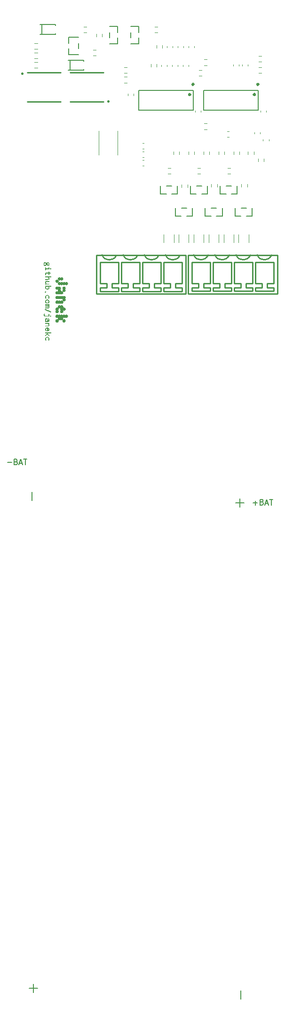
<source format=gto>
%TF.GenerationSoftware,KiCad,Pcbnew,9.0.6*%
%TF.CreationDate,2025-12-14T22:45:36+01:00*%
%TF.ProjectId,balancingboardbyd,62616c61-6e63-4696-9e67-626f61726462,rev?*%
%TF.SameCoordinates,Original*%
%TF.FileFunction,Legend,Top*%
%TF.FilePolarity,Positive*%
%FSLAX46Y46*%
G04 Gerber Fmt 4.6, Leading zero omitted, Abs format (unit mm)*
G04 Created by KiCad (PCBNEW 9.0.6) date 2025-12-14 22:45:36*
%MOMM*%
%LPD*%
G01*
G04 APERTURE LIST*
%ADD10C,0.200000*%
%ADD11C,0.100000*%
%ADD12C,0.120000*%
%ADD13C,0.150000*%
%ADD14C,0.300000*%
%ADD15C,0.250000*%
%ADD16C,0.400000*%
G04 APERTURE END LIST*
D10*
X166369673Y-140736266D02*
X167131578Y-140736266D01*
X166750625Y-141117219D02*
X166750625Y-140355314D01*
X167941101Y-140593409D02*
X168083958Y-140641028D01*
X168083958Y-140641028D02*
X168131577Y-140688647D01*
X168131577Y-140688647D02*
X168179196Y-140783885D01*
X168179196Y-140783885D02*
X168179196Y-140926742D01*
X168179196Y-140926742D02*
X168131577Y-141021980D01*
X168131577Y-141021980D02*
X168083958Y-141069600D01*
X168083958Y-141069600D02*
X167988720Y-141117219D01*
X167988720Y-141117219D02*
X167607768Y-141117219D01*
X167607768Y-141117219D02*
X167607768Y-140117219D01*
X167607768Y-140117219D02*
X167941101Y-140117219D01*
X167941101Y-140117219D02*
X168036339Y-140164838D01*
X168036339Y-140164838D02*
X168083958Y-140212457D01*
X168083958Y-140212457D02*
X168131577Y-140307695D01*
X168131577Y-140307695D02*
X168131577Y-140402933D01*
X168131577Y-140402933D02*
X168083958Y-140498171D01*
X168083958Y-140498171D02*
X168036339Y-140545790D01*
X168036339Y-140545790D02*
X167941101Y-140593409D01*
X167941101Y-140593409D02*
X167607768Y-140593409D01*
X168560149Y-140831504D02*
X169036339Y-140831504D01*
X168464911Y-141117219D02*
X168798244Y-140117219D01*
X168798244Y-140117219D02*
X169131577Y-141117219D01*
X169322054Y-140117219D02*
X169893482Y-140117219D01*
X169607768Y-141117219D02*
X169607768Y-140117219D01*
G36*
X128897951Y-97455424D02*
G01*
X128936101Y-97473104D01*
X128974822Y-97504904D01*
X129014799Y-97554551D01*
X129041952Y-97531007D01*
X129073209Y-97517048D01*
X129109931Y-97512236D01*
X129152366Y-97519033D01*
X129196815Y-97540721D01*
X129244937Y-97580990D01*
X129285226Y-97538298D01*
X129329884Y-97508765D01*
X129379847Y-97490997D01*
X129436667Y-97484881D01*
X129490334Y-97490442D01*
X129539233Y-97506806D01*
X129584548Y-97534261D01*
X129627055Y-97574091D01*
X129661736Y-97620965D01*
X129686156Y-97671046D01*
X129700909Y-97725085D01*
X129705945Y-97784078D01*
X129698695Y-97849464D01*
X129677459Y-97907947D01*
X129641831Y-97961215D01*
X129675505Y-98019272D01*
X129695366Y-98080058D01*
X129702037Y-98144825D01*
X129700633Y-98155938D01*
X129699289Y-98167051D01*
X129699289Y-98185125D01*
X129559644Y-98205642D01*
X129565078Y-98175294D01*
X129569169Y-98136643D01*
X129563748Y-98085289D01*
X129547431Y-98035893D01*
X129495625Y-98056220D01*
X129435446Y-98063248D01*
X129384055Y-98058058D01*
X129336947Y-98042767D01*
X129293053Y-98017112D01*
X129251653Y-97979961D01*
X129217837Y-97936082D01*
X129193949Y-97888521D01*
X129179449Y-97836482D01*
X129174473Y-97778888D01*
X129174688Y-97776018D01*
X129311249Y-97776018D01*
X129315887Y-97813662D01*
X129329478Y-97846885D01*
X129352465Y-97876830D01*
X129382096Y-97900210D01*
X129414851Y-97913972D01*
X129451871Y-97918656D01*
X129488976Y-97914034D01*
X129521754Y-97900475D01*
X129551339Y-97877501D01*
X129574339Y-97847966D01*
X129587958Y-97814979D01*
X129592616Y-97777362D01*
X129587989Y-97739739D01*
X129574391Y-97706280D01*
X129551339Y-97675879D01*
X129521659Y-97652098D01*
X129488887Y-97638130D01*
X129451871Y-97633381D01*
X129414851Y-97638065D01*
X129382096Y-97651827D01*
X129352465Y-97675207D01*
X129329478Y-97705152D01*
X129315887Y-97738375D01*
X129311249Y-97776018D01*
X129174688Y-97776018D01*
X129178032Y-97731487D01*
X129188272Y-97689556D01*
X129153597Y-97660006D01*
X129132524Y-97652920D01*
X129117688Y-97659243D01*
X129104680Y-97682962D01*
X129098864Y-97718059D01*
X129096315Y-97783956D01*
X129096315Y-97835064D01*
X129096315Y-97887637D01*
X129090146Y-97980307D01*
X129074577Y-98041816D01*
X129056018Y-98080599D01*
X129033116Y-98111616D01*
X129005823Y-98135971D01*
X128974246Y-98154373D01*
X128941614Y-98165159D01*
X128907271Y-98168761D01*
X128861621Y-98163361D01*
X128818617Y-98147161D01*
X128777187Y-98119263D01*
X128736667Y-98077658D01*
X128706375Y-98030877D01*
X128683211Y-97972038D01*
X128668059Y-97898516D01*
X128662540Y-97807159D01*
X128662734Y-97803007D01*
X128791500Y-97803007D01*
X128795421Y-97869645D01*
X128805955Y-97920867D01*
X128821664Y-97959750D01*
X128846459Y-97995403D01*
X128872607Y-98014239D01*
X128901287Y-98020261D01*
X128926135Y-98015999D01*
X128944924Y-98003841D01*
X128959153Y-97982736D01*
X128968515Y-97949309D01*
X128971263Y-97878417D01*
X128971263Y-97851184D01*
X128972667Y-97795252D01*
X128978101Y-97674535D01*
X128945641Y-97628387D01*
X128915278Y-97605216D01*
X128885472Y-97598210D01*
X128857470Y-97604260D01*
X128834254Y-97622694D01*
X128814642Y-97657316D01*
X128797764Y-97720353D01*
X128791500Y-97803007D01*
X128662734Y-97803007D01*
X128666977Y-97711993D01*
X128678946Y-97637600D01*
X128696751Y-97580241D01*
X128719204Y-97536660D01*
X128751126Y-97496662D01*
X128784630Y-97470162D01*
X128820264Y-97454840D01*
X128859155Y-97449710D01*
X128897951Y-97455424D01*
G37*
G36*
X129545722Y-98397983D02*
G01*
X129682498Y-98397983D01*
X129682498Y-98736381D01*
X129076775Y-98736381D01*
X129076775Y-98912236D01*
X128940000Y-98912236D01*
X128940000Y-98388579D01*
X129076775Y-98388579D01*
X129076775Y-98576158D01*
X129545722Y-98576158D01*
X129545722Y-98397983D01*
G37*
G36*
X129825807Y-98583058D02*
G01*
X129847356Y-98566170D01*
X129871584Y-98556147D01*
X129899385Y-98552711D01*
X129927186Y-98556147D01*
X129951415Y-98566170D01*
X129972964Y-98583058D01*
X129989620Y-98604816D01*
X129999538Y-98629330D01*
X130002944Y-98657491D01*
X129999486Y-98685669D01*
X129989369Y-98710435D01*
X129972292Y-98732657D01*
X129950304Y-98750081D01*
X129926272Y-98760281D01*
X129899385Y-98763736D01*
X129872537Y-98760284D01*
X129848503Y-98750086D01*
X129826479Y-98732657D01*
X129809401Y-98710435D01*
X129799285Y-98685669D01*
X129795826Y-98657491D01*
X129799233Y-98629330D01*
X129809151Y-98604816D01*
X129825807Y-98583058D01*
G37*
G36*
X129682498Y-99354621D02*
G01*
X129880396Y-99368421D01*
X129906346Y-99527911D01*
X129892669Y-99534750D01*
X129874900Y-99538841D01*
X129857131Y-99536765D01*
X129843515Y-99531331D01*
X129836676Y-99527911D01*
X129686406Y-99511730D01*
X129686406Y-99749501D01*
X129545722Y-99749501D01*
X129545722Y-99506296D01*
X129420154Y-99498157D01*
X129298914Y-99495488D01*
X129226191Y-99495488D01*
X129183021Y-99495488D01*
X129168672Y-99495488D01*
X129126783Y-99508988D01*
X129099285Y-99530181D01*
X129082746Y-99559358D01*
X129076775Y-99599291D01*
X129082888Y-99643034D01*
X129103048Y-99693731D01*
X129141195Y-99753592D01*
X129156277Y-99775451D01*
X129023653Y-99827414D01*
X129014127Y-99815141D01*
X128975743Y-99753932D01*
X128949180Y-99692504D01*
X128933499Y-99630222D01*
X128928276Y-99566318D01*
X128933942Y-99505215D01*
X128949848Y-99454964D01*
X128975219Y-99413378D01*
X129010464Y-99378984D01*
X129042530Y-99360061D01*
X129080256Y-99346195D01*
X129118061Y-99337587D01*
X129142477Y-99335265D01*
X129210315Y-99335265D01*
X129367064Y-99338240D01*
X129545722Y-99347721D01*
X129545722Y-99175041D01*
X129682498Y-99175041D01*
X129682498Y-99354621D01*
G37*
G36*
X128940000Y-100174972D02*
G01*
X128940000Y-100012306D01*
X130014668Y-100012306D01*
X130014668Y-100183154D01*
X130001113Y-100188649D01*
X129990305Y-100188649D01*
X129973568Y-100185348D01*
X129957637Y-100174972D01*
X129956233Y-100174972D01*
X129589319Y-100174972D01*
X129638588Y-100228065D01*
X129672011Y-100282515D01*
X129691582Y-100339159D01*
X129698129Y-100399248D01*
X129694115Y-100445635D01*
X129682289Y-100488681D01*
X129662592Y-100529124D01*
X129635761Y-100564997D01*
X129602772Y-100594013D01*
X129562880Y-100616685D01*
X129520720Y-100631412D01*
X129462909Y-100641546D01*
X129385315Y-100645383D01*
X128940000Y-100645383D01*
X128940000Y-100489068D01*
X129376278Y-100489068D01*
X129443052Y-100484098D01*
X129487821Y-100471439D01*
X129516718Y-100453408D01*
X129537133Y-100429367D01*
X129549317Y-100401429D01*
X129553538Y-100368351D01*
X129546699Y-100323956D01*
X129524900Y-100277126D01*
X129494392Y-100235120D01*
X129464938Y-100206540D01*
X129436937Y-100189618D01*
X129402077Y-100178854D01*
X129358571Y-100174972D01*
X128940000Y-100174972D01*
G37*
G36*
X129267407Y-100837847D02*
G01*
X129678590Y-100837847D01*
X129678590Y-100998070D01*
X129271620Y-100998070D01*
X129209590Y-101001416D01*
X129164449Y-101010172D01*
X129132402Y-101022800D01*
X129098885Y-101046026D01*
X129075948Y-101073733D01*
X129062088Y-101106656D01*
X129057236Y-101146386D01*
X129063591Y-101190437D01*
X129083187Y-101233642D01*
X129112836Y-101271166D01*
X129148766Y-101298855D01*
X129180936Y-101313245D01*
X129222897Y-101322796D01*
X129277116Y-101326332D01*
X129678590Y-101326332D01*
X129678590Y-101486556D01*
X129023164Y-101486556D01*
X128989448Y-101488471D01*
X128965889Y-101493394D01*
X128940000Y-101501577D01*
X128940000Y-101331828D01*
X128957524Y-101329080D01*
X129008754Y-101326332D01*
X128969765Y-101280972D01*
X128942511Y-101231956D01*
X128926083Y-101178428D01*
X128920460Y-101119153D01*
X128925067Y-101066316D01*
X128938681Y-101016947D01*
X128961432Y-100970226D01*
X128992290Y-100928644D01*
X129029839Y-100894792D01*
X129074822Y-100868072D01*
X129118103Y-100852770D01*
X129180414Y-100841999D01*
X129267407Y-100837847D01*
G37*
G36*
X130018576Y-101846142D02*
G01*
X130001967Y-101850294D01*
X129981329Y-101849562D01*
X129967529Y-101840891D01*
X129963377Y-101833869D01*
X129962034Y-101833869D01*
X129960629Y-101833869D01*
X129604951Y-101833869D01*
X129644263Y-101878267D01*
X129671814Y-101926841D01*
X129688489Y-101980512D01*
X129694221Y-102040621D01*
X129688045Y-102102271D01*
X129669808Y-102159127D01*
X129639163Y-102212422D01*
X129594754Y-102263004D01*
X129542610Y-102302806D01*
X129480162Y-102332192D01*
X129405348Y-102350862D01*
X129315523Y-102357526D01*
X129222307Y-102350658D01*
X129144455Y-102331396D01*
X129079282Y-102301056D01*
X129024691Y-102259951D01*
X128978183Y-102207692D01*
X128946075Y-102152412D01*
X128926947Y-102093213D01*
X128920460Y-102028775D01*
X128923530Y-101997329D01*
X129065052Y-101997329D01*
X129067270Y-102027056D01*
X129073967Y-102056557D01*
X129085592Y-102085797D01*
X129104741Y-102119206D01*
X129132050Y-102148546D01*
X129175205Y-102173733D01*
X129227013Y-102189197D01*
X129293602Y-102194860D01*
X129370806Y-102189160D01*
X129430378Y-102173733D01*
X129480470Y-102148084D01*
X129511100Y-102118534D01*
X129532553Y-102084475D01*
X129544623Y-102055886D01*
X129551333Y-102027141D01*
X129553538Y-101998672D01*
X129547502Y-101951492D01*
X129529602Y-101908790D01*
X129501396Y-101873408D01*
X129466038Y-101850233D01*
X129419973Y-101837940D01*
X129329139Y-101832465D01*
X129196393Y-101836617D01*
X129148132Y-101849882D01*
X129114652Y-101870227D01*
X129092407Y-101897189D01*
X129071772Y-101946840D01*
X129065052Y-101997329D01*
X128923530Y-101997329D01*
X128926594Y-101965946D01*
X128944404Y-101910215D01*
X128973818Y-101860090D01*
X129015837Y-101814574D01*
X128940000Y-101781479D01*
X128940000Y-101671203D01*
X130018576Y-101671203D01*
X130018576Y-101846142D01*
G37*
G36*
X129074760Y-102738117D02*
G01*
X129093320Y-102762639D01*
X129104295Y-102789772D01*
X129108039Y-102820427D01*
X129104244Y-102851058D01*
X129093071Y-102878400D01*
X129074089Y-102903347D01*
X129049709Y-102923023D01*
X129023299Y-102934474D01*
X128993977Y-102938335D01*
X128964722Y-102934461D01*
X128938586Y-102923002D01*
X128914659Y-102903347D01*
X128896079Y-102878447D01*
X128885112Y-102851102D01*
X128881381Y-102820427D01*
X128885125Y-102789772D01*
X128896100Y-102762639D01*
X128914659Y-102738117D01*
X128938534Y-102718906D01*
X128964673Y-102707669D01*
X128993977Y-102703862D01*
X129024211Y-102707707D01*
X129050820Y-102718982D01*
X129074760Y-102738117D01*
G37*
G36*
X129548103Y-104026987D02*
G01*
X129534487Y-104035169D01*
X129411571Y-103929900D01*
X129422501Y-103913475D01*
X129442285Y-103898454D01*
X129460725Y-103895706D01*
X129467564Y-103897110D01*
X129495469Y-103873846D01*
X129510689Y-103854799D01*
X129532349Y-103816388D01*
X129548191Y-103772515D01*
X129553538Y-103724797D01*
X129546262Y-103663620D01*
X129525197Y-103610964D01*
X129490034Y-103564818D01*
X129456439Y-103537248D01*
X129417650Y-103517338D01*
X129372660Y-103504941D01*
X129320102Y-103500582D01*
X129264882Y-103505090D01*
X129217033Y-103517971D01*
X129175254Y-103538741D01*
X129138569Y-103567566D01*
X129108010Y-103603285D01*
X129086506Y-103642449D01*
X129073453Y-103685796D01*
X129068960Y-103734384D01*
X129074148Y-103785076D01*
X129089422Y-103831392D01*
X129115046Y-103874419D01*
X129152185Y-103914879D01*
X129169954Y-103931243D01*
X129059312Y-104025582D01*
X129045573Y-104013309D01*
X129000063Y-103963986D01*
X128965381Y-103911150D01*
X128940673Y-103854250D01*
X128925621Y-103792475D01*
X128920460Y-103724797D01*
X128927661Y-103643974D01*
X128948528Y-103572071D01*
X128982766Y-103507364D01*
X129031163Y-103448620D01*
X129089895Y-103400287D01*
X129154801Y-103366043D01*
X129227144Y-103345140D01*
X129308684Y-103337916D01*
X129390272Y-103345161D01*
X129462378Y-103366092D01*
X129526810Y-103400334D01*
X129584862Y-103448620D01*
X129632298Y-103507218D01*
X129666161Y-103572906D01*
X129686984Y-103647077D01*
X129694221Y-103731636D01*
X129689821Y-103793611D01*
X129676994Y-103850295D01*
X129655997Y-103902545D01*
X129626880Y-103950596D01*
X129591067Y-103991873D01*
X129548103Y-104026987D01*
G37*
G36*
X129387724Y-104158849D02*
G01*
X129460924Y-104179420D01*
X129526539Y-104213047D01*
X129585839Y-104260361D01*
X129635487Y-104318308D01*
X129670143Y-104380686D01*
X129691001Y-104448561D01*
X129698129Y-104523471D01*
X129691525Y-104593041D01*
X129672135Y-104656618D01*
X129639815Y-104715562D01*
X129593410Y-104770828D01*
X129538133Y-104815106D01*
X129473453Y-104847333D01*
X129397537Y-104867547D01*
X129307951Y-104874692D01*
X129221344Y-104867650D01*
X129146920Y-104847596D01*
X129082518Y-104815387D01*
X129026523Y-104770828D01*
X128979681Y-104715528D01*
X128946936Y-104655939D01*
X128927206Y-104591042D01*
X128920512Y-104519930D01*
X129061144Y-104519930D01*
X129067966Y-104569386D01*
X129088334Y-104614327D01*
X129123670Y-104656278D01*
X129156394Y-104680644D01*
X129195986Y-104698751D01*
X129243840Y-104710322D01*
X129301723Y-104714469D01*
X129365485Y-104710074D01*
X129417200Y-104697927D01*
X129459051Y-104679136D01*
X129492782Y-104654141D01*
X129529419Y-104610729D01*
X129550436Y-104564692D01*
X129557445Y-104514495D01*
X129550365Y-104463427D01*
X129529287Y-104417398D01*
X129492782Y-104374788D01*
X129459032Y-104349960D01*
X129418903Y-104331632D01*
X129371148Y-104320005D01*
X129314180Y-104315865D01*
X129256540Y-104320046D01*
X129207513Y-104331860D01*
X129165658Y-104350606D01*
X129129837Y-104376132D01*
X129099040Y-104408679D01*
X129077915Y-104443062D01*
X129065386Y-104479853D01*
X129061144Y-104519930D01*
X128920512Y-104519930D01*
X128920460Y-104519380D01*
X128927401Y-104445767D01*
X128947732Y-104378853D01*
X128981531Y-104317171D01*
X129029942Y-104259689D01*
X129087925Y-104212655D01*
X129152205Y-104179245D01*
X129224048Y-104158807D01*
X129305204Y-104151734D01*
X129387724Y-104158849D01*
G37*
G36*
X128940000Y-105133590D02*
G01*
X128940000Y-104985090D01*
X129678590Y-104985090D01*
X129678590Y-105134933D01*
X129644274Y-105134933D01*
X129674679Y-105175363D01*
X129692261Y-105217838D01*
X129698129Y-105263588D01*
X129692912Y-105308260D01*
X129678158Y-105344613D01*
X129654049Y-105374551D01*
X129619239Y-105399021D01*
X129654038Y-105432055D01*
X129678304Y-105469321D01*
X129693026Y-105511678D01*
X129698129Y-105560526D01*
X129693763Y-105603855D01*
X129681463Y-105639449D01*
X129661679Y-105668938D01*
X129633832Y-105693333D01*
X129600850Y-105710789D01*
X129552475Y-105722908D01*
X129483501Y-105727588D01*
X129457550Y-105727588D01*
X128938046Y-105727588D01*
X128938046Y-105575181D01*
X129449490Y-105575181D01*
X129490645Y-105575181D01*
X129528734Y-105572700D01*
X129549569Y-105566938D01*
X129570569Y-105548731D01*
X129576985Y-105527004D01*
X129572621Y-105498854D01*
X129560082Y-105476370D01*
X129538639Y-105458128D01*
X129493454Y-105434741D01*
X129452360Y-105430589D01*
X128940000Y-105430589D01*
X128940000Y-105278182D01*
X129441308Y-105278182D01*
X129473975Y-105278182D01*
X129508186Y-105276565D01*
X129527159Y-105272808D01*
X129548929Y-105261626D01*
X129561054Y-105245992D01*
X129565261Y-105224631D01*
X129560108Y-105201517D01*
X129543389Y-105178673D01*
X129510734Y-105155022D01*
X129471146Y-105139254D01*
X129420853Y-105133590D01*
X128940000Y-105133590D01*
G37*
G36*
X128863490Y-105990516D02*
G01*
X128930413Y-105857892D01*
X130024560Y-106382892D01*
X129959042Y-106518203D01*
X128863490Y-105990516D01*
G37*
G36*
X129541814Y-106802257D02*
G01*
X129682498Y-106802257D01*
X129682498Y-107237986D01*
X129005396Y-107237986D01*
X128925565Y-107233349D01*
X128864480Y-107220923D01*
X128818367Y-107202449D01*
X128770325Y-107171813D01*
X128731019Y-107133563D01*
X128699603Y-107086983D01*
X128676846Y-107035182D01*
X128663227Y-106981023D01*
X128658632Y-106923768D01*
X128663390Y-106864108D01*
X128677123Y-106811113D01*
X128699466Y-106763624D01*
X128730660Y-106720759D01*
X128771533Y-106681967D01*
X128783928Y-106671038D01*
X128914781Y-106769467D01*
X128901165Y-106787175D01*
X128885533Y-106800120D01*
X128871245Y-106804944D01*
X128865811Y-106804944D01*
X128830971Y-106839729D01*
X128810376Y-106881257D01*
X128803224Y-106931767D01*
X128808514Y-106975229D01*
X128823446Y-107010174D01*
X128847902Y-107038596D01*
X128883457Y-107061399D01*
X128921016Y-107072944D01*
X128985490Y-107077763D01*
X129541814Y-107077763D01*
X129541814Y-106802257D01*
G37*
G36*
X129899385Y-107054316D02*
G01*
X129926276Y-107057765D01*
X129950309Y-107067947D01*
X129972292Y-107085334D01*
X129989369Y-107107556D01*
X129999486Y-107132322D01*
X130002944Y-107160500D01*
X129999536Y-107188702D01*
X129989617Y-107213235D01*
X129972964Y-107234994D01*
X129951415Y-107251882D01*
X129927186Y-107261905D01*
X129899385Y-107265341D01*
X129872533Y-107261895D01*
X129848499Y-107251716D01*
X129826479Y-107234323D01*
X129809405Y-107212100D01*
X129799287Y-107187314D01*
X129795826Y-107159096D01*
X129799184Y-107131802D01*
X129809057Y-107107481D01*
X129825807Y-107085334D01*
X129847404Y-107068044D01*
X129871630Y-107057816D01*
X129899385Y-107054316D01*
G37*
G36*
X129187384Y-107521585D02*
G01*
X129230207Y-107537116D01*
X129271864Y-107563867D01*
X129307336Y-107598769D01*
X129337752Y-107643750D01*
X129362967Y-107700643D01*
X129380118Y-107767402D01*
X129392431Y-107866011D01*
X129397222Y-108005947D01*
X129397222Y-108030676D01*
X129401252Y-108030676D01*
X129449878Y-108027773D01*
X129482578Y-108020417D01*
X129503651Y-108010160D01*
X129525795Y-107989611D01*
X129542435Y-107961618D01*
X129553383Y-107924245D01*
X129557445Y-107874788D01*
X129552313Y-107813427D01*
X129537747Y-107761212D01*
X129514400Y-107716474D01*
X129482096Y-107677990D01*
X129464572Y-107661564D01*
X129571917Y-107578155D01*
X129584129Y-107590490D01*
X129631786Y-107647105D01*
X129665862Y-107711323D01*
X129686884Y-107784636D01*
X129694221Y-107869110D01*
X129688329Y-107947987D01*
X129671918Y-108012763D01*
X129646239Y-108065998D01*
X129611612Y-108109673D01*
X129567398Y-108145043D01*
X129522856Y-108165918D01*
X129465666Y-108179631D01*
X129392704Y-108184672D01*
X128938473Y-108184672D01*
X128938473Y-108033424D01*
X128999351Y-108033424D01*
X128964391Y-107974509D01*
X128939934Y-107914373D01*
X128925353Y-107852427D01*
X128922221Y-107811163D01*
X129053328Y-107811163D01*
X129057848Y-107861211D01*
X129071140Y-107907295D01*
X129093276Y-107950298D01*
X129124952Y-107990865D01*
X129156339Y-108015753D01*
X129193652Y-108030870D01*
X129238647Y-108036172D01*
X129264354Y-108036172D01*
X129264354Y-108030676D01*
X129264354Y-107942871D01*
X129261497Y-107844567D01*
X129254890Y-107790586D01*
X129236267Y-107737098D01*
X129212208Y-107704063D01*
X129181284Y-107683205D01*
X129149377Y-107676646D01*
X129124853Y-107680462D01*
X129102586Y-107691960D01*
X129081721Y-107712306D01*
X129066612Y-107737620D01*
X129056878Y-107769944D01*
X129053328Y-107811163D01*
X128922221Y-107811163D01*
X128920460Y-107787960D01*
X128924896Y-107728014D01*
X128937528Y-107676191D01*
X128957743Y-107631149D01*
X128985490Y-107591833D01*
X129020698Y-107558064D01*
X129058105Y-107534875D01*
X129098347Y-107521097D01*
X129142416Y-107516423D01*
X129187384Y-107521585D01*
G37*
G36*
X128940000Y-108547616D02*
G01*
X128940000Y-108384951D01*
X129678590Y-108384951D01*
X129678590Y-108547616D01*
X129588892Y-108547616D01*
X129638374Y-108600736D01*
X129671924Y-108655193D01*
X129691562Y-108711826D01*
X129698129Y-108771892D01*
X129694115Y-108818280D01*
X129682289Y-108861326D01*
X129662592Y-108901769D01*
X129635761Y-108937642D01*
X129602772Y-108966658D01*
X129562880Y-108989330D01*
X129520720Y-109004057D01*
X129462909Y-109014190D01*
X129385315Y-109018028D01*
X128940000Y-109018028D01*
X128940000Y-108861713D01*
X129376278Y-108861713D01*
X129443052Y-108856742D01*
X129487821Y-108844084D01*
X129516718Y-108826053D01*
X129537128Y-108802048D01*
X129549314Y-108774113D01*
X129553538Y-108740996D01*
X129546699Y-108696601D01*
X129524900Y-108649771D01*
X129494392Y-108607764D01*
X129464938Y-108579185D01*
X129436937Y-108562263D01*
X129402077Y-108551499D01*
X129358571Y-108547616D01*
X128940000Y-108547616D01*
G37*
G36*
X129380678Y-109191826D02*
G01*
X129446881Y-109205362D01*
X129503951Y-109226773D01*
X129553228Y-109255661D01*
X129595730Y-109292130D01*
X129640650Y-109347760D01*
X129672316Y-109408298D01*
X129691529Y-109474809D01*
X129698129Y-109548768D01*
X129690918Y-109620424D01*
X129669609Y-109686606D01*
X129633771Y-109748742D01*
X129598524Y-109788024D01*
X129554112Y-109820143D01*
X129498999Y-109845240D01*
X129431050Y-109862742D01*
X129389008Y-109868808D01*
X129342023Y-109870924D01*
X129290000Y-109868176D01*
X129272170Y-109866833D01*
X129272170Y-109712594D01*
X129405038Y-109712594D01*
X129409068Y-109712594D01*
X129450891Y-109707084D01*
X129487447Y-109690932D01*
X129520137Y-109663440D01*
X129544963Y-109628431D01*
X129560021Y-109587994D01*
X129565261Y-109540586D01*
X129561148Y-109500769D01*
X129548761Y-109462337D01*
X129527526Y-109424570D01*
X129498645Y-109393314D01*
X129458736Y-109368642D01*
X129405038Y-109350870D01*
X129405038Y-109712594D01*
X129272170Y-109712594D01*
X129272170Y-109344031D01*
X129214701Y-109354674D01*
X129169844Y-109371860D01*
X129135168Y-109394737D01*
X129108893Y-109423227D01*
X129082340Y-109469686D01*
X129066511Y-109519377D01*
X129061144Y-109573375D01*
X129066065Y-109625921D01*
X129080260Y-109671986D01*
X129103509Y-109712856D01*
X129136432Y-109749413D01*
X129152552Y-109763091D01*
X129062487Y-109857247D01*
X129047283Y-109844973D01*
X129003432Y-109801880D01*
X128969551Y-109753174D01*
X128944980Y-109698084D01*
X128929706Y-109635449D01*
X128924368Y-109563789D01*
X128931063Y-109483205D01*
X128950323Y-109412381D01*
X128981602Y-109349570D01*
X129025301Y-109293473D01*
X129067553Y-109256045D01*
X129115554Y-109226721D01*
X129170129Y-109205222D01*
X129232402Y-109191763D01*
X129303738Y-109187044D01*
X129380678Y-109191826D01*
G37*
G36*
X128940000Y-110055572D02*
G01*
X130018576Y-110055572D01*
X130018576Y-110227152D01*
X130002151Y-110231427D01*
X129986397Y-110231427D01*
X129974795Y-110227946D01*
X129966613Y-110219275D01*
X129962522Y-110215795D01*
X129959774Y-110215795D01*
X129955683Y-110215795D01*
X129369256Y-110215795D01*
X129687749Y-110559872D01*
X129685062Y-110570741D01*
X129680267Y-110600435D01*
X129678224Y-110652623D01*
X129678224Y-110746840D01*
X129377438Y-110410518D01*
X128940000Y-110790621D01*
X128940000Y-110745497D01*
X128940000Y-110734567D01*
X128934504Y-110596448D01*
X128933161Y-110585518D01*
X129302273Y-110290228D01*
X129232541Y-110214391D01*
X128940000Y-110214391D01*
X128940000Y-110055572D01*
G37*
G36*
X129548103Y-111562367D02*
G01*
X129534487Y-111570549D01*
X129411571Y-111465280D01*
X129422501Y-111448855D01*
X129442285Y-111433834D01*
X129460725Y-111431086D01*
X129467564Y-111432491D01*
X129495469Y-111409227D01*
X129510689Y-111390180D01*
X129532349Y-111351769D01*
X129548191Y-111307896D01*
X129553538Y-111260177D01*
X129546262Y-111199000D01*
X129525197Y-111146344D01*
X129490034Y-111100198D01*
X129456439Y-111072628D01*
X129417650Y-111052719D01*
X129372660Y-111040321D01*
X129320102Y-111035963D01*
X129264882Y-111040470D01*
X129217033Y-111053352D01*
X129175254Y-111074122D01*
X129138569Y-111102946D01*
X129108010Y-111138665D01*
X129086506Y-111177829D01*
X129073453Y-111221176D01*
X129068960Y-111269764D01*
X129074148Y-111320457D01*
X129089422Y-111366772D01*
X129115046Y-111409799D01*
X129152185Y-111450259D01*
X129169954Y-111466624D01*
X129059312Y-111560963D01*
X129045573Y-111548689D01*
X129000063Y-111499367D01*
X128965381Y-111446530D01*
X128940673Y-111389630D01*
X128925621Y-111327856D01*
X128920460Y-111260177D01*
X128927661Y-111179355D01*
X128948528Y-111107451D01*
X128982766Y-111042744D01*
X129031163Y-110984000D01*
X129089895Y-110935667D01*
X129154801Y-110901423D01*
X129227144Y-110880520D01*
X129308684Y-110873297D01*
X129390272Y-110880541D01*
X129462378Y-110901473D01*
X129526810Y-110935715D01*
X129584862Y-110984000D01*
X129632298Y-111042598D01*
X129666161Y-111108286D01*
X129686984Y-111182457D01*
X129694221Y-111267016D01*
X129689821Y-111328991D01*
X129676994Y-111385675D01*
X129655997Y-111437925D01*
X129626880Y-111485976D01*
X129591067Y-111527253D01*
X129548103Y-111562367D01*
G37*
D11*
G36*
X132322472Y-101573934D02*
G01*
X132434007Y-101551918D01*
X132528819Y-101488282D01*
X132531482Y-101485640D01*
X132579413Y-101525114D01*
X132634226Y-101553888D01*
X132741409Y-101573934D01*
X132854408Y-101551908D01*
X132949927Y-101488399D01*
X132986919Y-101443159D01*
X133014350Y-101390902D01*
X133035600Y-101279926D01*
X133013571Y-101167032D01*
X132950040Y-101071566D01*
X132904776Y-101034588D01*
X132852485Y-101007165D01*
X132741409Y-100985919D01*
X132629085Y-101007964D01*
X132533951Y-101071587D01*
X132531482Y-101074030D01*
X132483732Y-101034585D01*
X132429157Y-101005879D01*
X132322472Y-100985919D01*
X132210500Y-101007964D01*
X132115746Y-101071578D01*
X132113278Y-101074030D01*
X132065754Y-101034665D01*
X132011357Y-101005986D01*
X131904267Y-100985919D01*
X131792453Y-101007964D01*
X131697677Y-101071625D01*
X131695256Y-101074030D01*
X131645954Y-101034104D01*
X131590002Y-101005242D01*
X131484596Y-100985919D01*
X131371910Y-101007944D01*
X131276509Y-101071503D01*
X131239542Y-101116794D01*
X131212133Y-101169110D01*
X131190956Y-101279926D01*
X131212976Y-101392821D01*
X131276489Y-101488329D01*
X131321733Y-101525325D01*
X131373980Y-101552748D01*
X131484596Y-101573934D01*
X131596376Y-101551918D01*
X131691268Y-101488324D01*
X131693974Y-101485640D01*
X131741761Y-101525117D01*
X131796431Y-101553892D01*
X131903351Y-101573934D01*
X132015131Y-101551918D01*
X132110022Y-101488324D01*
X132112728Y-101485640D01*
X132161310Y-101525445D01*
X132216686Y-101554328D01*
X132322472Y-101573934D01*
G37*
G36*
X131484596Y-100733860D02*
G01*
X131596655Y-100711815D01*
X131691510Y-100648196D01*
X131693974Y-100645750D01*
X131741637Y-100685111D01*
X131796151Y-100713789D01*
X131903351Y-100733860D01*
X132015877Y-100711835D01*
X132111086Y-100648285D01*
X132147981Y-100602982D01*
X132175328Y-100550650D01*
X132196442Y-100439853D01*
X132174420Y-100326812D01*
X132110925Y-100231260D01*
X132065725Y-100194296D01*
X132013527Y-100166917D01*
X131903351Y-100145846D01*
X131791571Y-100167861D01*
X131696680Y-100231455D01*
X131693974Y-100234139D01*
X131646187Y-100194662D01*
X131591517Y-100165887D01*
X131484596Y-100145846D01*
X131371910Y-100167871D01*
X131276509Y-100231430D01*
X131239542Y-100276721D01*
X131212133Y-100329037D01*
X131190956Y-100439853D01*
X131212976Y-100552748D01*
X131276489Y-100648256D01*
X131321733Y-100685252D01*
X131373980Y-100712675D01*
X131484596Y-100733860D01*
G37*
G36*
X131360765Y-100859890D02*
G01*
X131338735Y-100746922D01*
X131275210Y-100651442D01*
X131229965Y-100614483D01*
X131177690Y-100587081D01*
X131066758Y-100565882D01*
X130953891Y-100587908D01*
X130858488Y-100651420D01*
X130821536Y-100696675D01*
X130794140Y-100748950D01*
X130772934Y-100859890D01*
X130794962Y-100972858D01*
X130858481Y-101068352D01*
X130903719Y-101105317D01*
X130955979Y-101132718D01*
X131066758Y-101153897D01*
X131179729Y-101131871D01*
X131275172Y-101068375D01*
X131312132Y-101023137D01*
X131339536Y-100970882D01*
X131360765Y-100859890D01*
G37*
G36*
X132025533Y-102119267D02*
G01*
X132047578Y-102231748D01*
X132111154Y-102326860D01*
X132113644Y-102329377D01*
X132074203Y-102377278D01*
X132045498Y-102432047D01*
X132025533Y-102539303D01*
X132047564Y-102652271D01*
X132111089Y-102747751D01*
X132156334Y-102784710D01*
X132208609Y-102812112D01*
X132319541Y-102833311D01*
X132432435Y-102811285D01*
X132527915Y-102747760D01*
X132564899Y-102702503D01*
X132592322Y-102650226D01*
X132613548Y-102539303D01*
X132591533Y-102427188D01*
X132527987Y-102332141D01*
X132525254Y-102329377D01*
X132564728Y-102281442D01*
X132593503Y-102226604D01*
X132613548Y-102119267D01*
X132591523Y-102006372D01*
X132527997Y-101910892D01*
X132482740Y-101873908D01*
X132430463Y-101846485D01*
X132319541Y-101825259D01*
X132206569Y-101847285D01*
X132111127Y-101910781D01*
X132074167Y-101956019D01*
X132046763Y-102008274D01*
X132025533Y-102119267D01*
G37*
G36*
X131477086Y-103253347D02*
G01*
X131589288Y-103231332D01*
X131684437Y-103167781D01*
X131687196Y-103165054D01*
X131734962Y-103204362D01*
X131789728Y-103233081D01*
X131898405Y-103253347D01*
X132011926Y-103231322D01*
X132107642Y-103167895D01*
X132144675Y-103122738D01*
X132172143Y-103070580D01*
X132193511Y-102959340D01*
X132171470Y-102846445D01*
X132107909Y-102751051D01*
X132062612Y-102714103D01*
X132010246Y-102686679D01*
X131898405Y-102665333D01*
X131839309Y-102671019D01*
X131785118Y-102687378D01*
X131689891Y-102750779D01*
X131687196Y-102753443D01*
X131682983Y-102749230D01*
X131722424Y-102701329D01*
X131751128Y-102646560D01*
X131771093Y-102539303D01*
X131749048Y-102426909D01*
X131685477Y-102331898D01*
X131682983Y-102329377D01*
X131722341Y-102281567D01*
X131751018Y-102226885D01*
X131771093Y-102119267D01*
X131750720Y-102007115D01*
X131688715Y-101911994D01*
X131644020Y-101874893D01*
X131592230Y-101847245D01*
X131479467Y-101825259D01*
X131367352Y-101847275D01*
X131272305Y-101910821D01*
X131269541Y-101913553D01*
X131222009Y-101873897D01*
X131167643Y-101845062D01*
X131062545Y-101825259D01*
X130951310Y-101847285D01*
X130857184Y-101910888D01*
X130820660Y-101956341D01*
X130793631Y-102008859D01*
X130772934Y-102119267D01*
X130794951Y-102232975D01*
X130858328Y-102328801D01*
X130903293Y-102365650D01*
X130955188Y-102392829D01*
X131062545Y-102413274D01*
X131173318Y-102391229D01*
X131267177Y-102327535D01*
X131269541Y-102325163D01*
X131273754Y-102329377D01*
X131233859Y-102375828D01*
X131204792Y-102428775D01*
X131183262Y-102539303D01*
X131191535Y-102600931D01*
X131210448Y-102657197D01*
X131273754Y-102749230D01*
X131269541Y-102753443D01*
X131222133Y-102713904D01*
X131167923Y-102685167D01*
X131062545Y-102665333D01*
X130951310Y-102687358D01*
X130857184Y-102750962D01*
X130820660Y-102796415D01*
X130793631Y-102848932D01*
X130772934Y-102959340D01*
X130794951Y-103073048D01*
X130858328Y-103168874D01*
X130903293Y-103205723D01*
X130955188Y-103232902D01*
X131062545Y-103253347D01*
X131173043Y-103231332D01*
X131266937Y-103167663D01*
X131269541Y-103165054D01*
X131314527Y-103203507D01*
X131366734Y-103231926D01*
X131477086Y-103253347D01*
G37*
G36*
X132113644Y-104008790D02*
G01*
X132074203Y-104056692D01*
X132045498Y-104111460D01*
X132025533Y-104218717D01*
X132047564Y-104331685D01*
X132111089Y-104427165D01*
X132156334Y-104464124D01*
X132208609Y-104491526D01*
X132319541Y-104512725D01*
X132432435Y-104490699D01*
X132527915Y-104427174D01*
X132564899Y-104381916D01*
X132592322Y-104329640D01*
X132613548Y-104218717D01*
X132591533Y-104106602D01*
X132527987Y-104011555D01*
X132525254Y-104008790D01*
X132564728Y-103960856D01*
X132593503Y-103906018D01*
X132613548Y-103798681D01*
X132591523Y-103685786D01*
X132527997Y-103590306D01*
X132482740Y-103553322D01*
X132430463Y-103525899D01*
X132319541Y-103504673D01*
X132207338Y-103526689D01*
X132112190Y-103590240D01*
X132109431Y-103592967D01*
X132061069Y-103553069D01*
X132006074Y-103524156D01*
X131902252Y-103504673D01*
X131792548Y-103526689D01*
X131699491Y-103590348D01*
X131696905Y-103592967D01*
X131646166Y-103552415D01*
X131588924Y-103523298D01*
X131485696Y-103504673D01*
X131374180Y-103526689D01*
X131279568Y-103590279D01*
X131276868Y-103592967D01*
X131228933Y-103553493D01*
X131174095Y-103524719D01*
X131066758Y-103504673D01*
X130953891Y-103526699D01*
X130858488Y-103590211D01*
X130821536Y-103635466D01*
X130794140Y-103687741D01*
X130772934Y-103798681D01*
X130794962Y-103911649D01*
X130858481Y-104007143D01*
X130903719Y-104044108D01*
X130955979Y-104071509D01*
X131066758Y-104092688D01*
X131179240Y-104070643D01*
X131274352Y-104007067D01*
X131276868Y-104004577D01*
X131324675Y-104043935D01*
X131379331Y-104072612D01*
X131486795Y-104092688D01*
X131599276Y-104070643D01*
X131694388Y-104007067D01*
X131696905Y-104004577D01*
X131743882Y-104044128D01*
X131797666Y-104072869D01*
X131902252Y-104092688D01*
X132012563Y-104070643D01*
X132109431Y-104004577D01*
X132113644Y-104008790D01*
G37*
G36*
X131486795Y-104932761D02*
G01*
X131598997Y-104910746D01*
X131694145Y-104847195D01*
X131696905Y-104844467D01*
X131744404Y-104883951D01*
X131798788Y-104912729D01*
X131905183Y-104932761D01*
X132017181Y-104910736D01*
X132111926Y-104847170D01*
X132148660Y-104801808D01*
X132175869Y-104749403D01*
X132196809Y-104638754D01*
X132174788Y-104525418D01*
X132111342Y-104429751D01*
X132066243Y-104392840D01*
X132014172Y-104365549D01*
X131905183Y-104344747D01*
X131793655Y-104366792D01*
X131699359Y-104430404D01*
X131696905Y-104432857D01*
X131646307Y-104392431D01*
X131589240Y-104363415D01*
X131485696Y-104344747D01*
X131373902Y-104366792D01*
X131279327Y-104430407D01*
X131276868Y-104432857D01*
X131229058Y-104393499D01*
X131174376Y-104364822D01*
X131066758Y-104344747D01*
X130953891Y-104366772D01*
X130858488Y-104430285D01*
X130821536Y-104475540D01*
X130794140Y-104527814D01*
X130772934Y-104638754D01*
X130794962Y-104751722D01*
X130858481Y-104847216D01*
X130903719Y-104884181D01*
X130955979Y-104911583D01*
X131066758Y-104932761D01*
X131178960Y-104910746D01*
X131274109Y-104847195D01*
X131276868Y-104844467D01*
X131324799Y-104883942D01*
X131379612Y-104912716D01*
X131486795Y-104932761D01*
G37*
G36*
X131482948Y-105772102D02*
G01*
X131592612Y-105750057D01*
X131689211Y-105683991D01*
X131693424Y-105688204D01*
X131653983Y-105736106D01*
X131625279Y-105790874D01*
X131605314Y-105898131D01*
X131627359Y-106010526D01*
X131690930Y-106105537D01*
X131693424Y-106108058D01*
X131654066Y-106155868D01*
X131625389Y-106210550D01*
X131605314Y-106318168D01*
X131627341Y-106431136D01*
X131690860Y-106526630D01*
X131736099Y-106563595D01*
X131788359Y-106590996D01*
X131899138Y-106612175D01*
X132012109Y-106590150D01*
X132107552Y-106526653D01*
X132144511Y-106481415D01*
X132171915Y-106429161D01*
X132193145Y-106318168D01*
X132171100Y-106205686D01*
X132107524Y-106110574D01*
X132105034Y-106108058D01*
X132109248Y-106104028D01*
X132157058Y-106143386D01*
X132211739Y-106172063D01*
X132319357Y-106192138D01*
X132432280Y-106170113D01*
X132527836Y-106106575D01*
X132564852Y-106061315D01*
X132592302Y-106009037D01*
X132613548Y-105898131D01*
X132591525Y-105785309D01*
X132527993Y-105689844D01*
X132482717Y-105652841D01*
X132430424Y-105625397D01*
X132319357Y-105604124D01*
X132207155Y-105626139D01*
X132112007Y-105689690D01*
X132109248Y-105692418D01*
X132105034Y-105688204D01*
X132144393Y-105640394D01*
X132173069Y-105585713D01*
X132193145Y-105478094D01*
X132171114Y-105365126D01*
X132107590Y-105269647D01*
X132062344Y-105232688D01*
X132010069Y-105205286D01*
X131899138Y-105184087D01*
X131787093Y-105206103D01*
X131691923Y-105269700D01*
X131689211Y-105272381D01*
X131640669Y-105232309D01*
X131585574Y-105203341D01*
X131482948Y-105184087D01*
X131372244Y-105206113D01*
X131277586Y-105269994D01*
X131240773Y-105315609D01*
X131213508Y-105368309D01*
X131192787Y-105478094D01*
X131214756Y-105590989D01*
X131278157Y-105686770D01*
X131323277Y-105723882D01*
X131375234Y-105751301D01*
X131482948Y-105772102D01*
G37*
G36*
X131360765Y-106318168D02*
G01*
X131338720Y-106205686D01*
X131275144Y-106110574D01*
X131272655Y-106108058D01*
X131312096Y-106060156D01*
X131340800Y-106005388D01*
X131360765Y-105898131D01*
X131338735Y-105785163D01*
X131275210Y-105689683D01*
X131229965Y-105652724D01*
X131177690Y-105625322D01*
X131066758Y-105604124D01*
X130953891Y-105626149D01*
X130858488Y-105689662D01*
X130821536Y-105734917D01*
X130794140Y-105787191D01*
X130772934Y-105898131D01*
X130794979Y-106010526D01*
X130858550Y-106105537D01*
X130861045Y-106108058D01*
X130821686Y-106155868D01*
X130793010Y-106210550D01*
X130772934Y-106318168D01*
X130794962Y-106431136D01*
X130858481Y-106526630D01*
X130903719Y-106563595D01*
X130955979Y-106590996D01*
X131066758Y-106612175D01*
X131179729Y-106590150D01*
X131275172Y-106526653D01*
X131312132Y-106481415D01*
X131339536Y-106429161D01*
X131360765Y-106318168D01*
G37*
G36*
X131177690Y-107724773D02*
G01*
X131229965Y-107752175D01*
X131275210Y-107789134D01*
X131338735Y-107884614D01*
X131360765Y-107997581D01*
X131339536Y-108108574D01*
X131312132Y-108160829D01*
X131275172Y-108206067D01*
X131179729Y-108269563D01*
X131066758Y-108291589D01*
X130955979Y-108270410D01*
X130903719Y-108243009D01*
X130858481Y-108206044D01*
X130794962Y-108110549D01*
X130772934Y-107997581D01*
X130794140Y-107886642D01*
X130821536Y-107834367D01*
X130858488Y-107789112D01*
X130953891Y-107725600D01*
X131066758Y-107703574D01*
X131177690Y-107724773D01*
G37*
G36*
X132430654Y-107724652D02*
G01*
X132482838Y-107752053D01*
X132528044Y-107789048D01*
X132591534Y-107884614D01*
X132613548Y-107997581D01*
X132592318Y-108108574D01*
X132564914Y-108160829D01*
X132527955Y-108206067D01*
X132432512Y-108269563D01*
X132319541Y-108291589D01*
X132208609Y-108270390D01*
X132156334Y-108242988D01*
X132111089Y-108206029D01*
X132047564Y-108110549D01*
X132025533Y-107997581D01*
X132046906Y-107886272D01*
X132074355Y-107834135D01*
X132111363Y-107788997D01*
X132207042Y-107725600D01*
X132320640Y-107703574D01*
X132430654Y-107724652D01*
G37*
G36*
X132852485Y-106884747D02*
G01*
X132904776Y-106912170D01*
X132950040Y-106949148D01*
X133013571Y-107044614D01*
X133035600Y-107157508D01*
X133014350Y-107268484D01*
X132986919Y-107320741D01*
X132949927Y-107365981D01*
X132854408Y-107429490D01*
X132741409Y-107451516D01*
X132633945Y-107431440D01*
X132579289Y-107402763D01*
X132531482Y-107363405D01*
X132529052Y-107365802D01*
X132433717Y-107429471D01*
X132321372Y-107451516D01*
X132213754Y-107431440D01*
X132159073Y-107402763D01*
X132111263Y-107363405D01*
X132107049Y-107367618D01*
X132109782Y-107370383D01*
X132173328Y-107465429D01*
X132195343Y-107577545D01*
X132174189Y-107688308D01*
X132146788Y-107740644D01*
X132109829Y-107785951D01*
X132014467Y-107849527D01*
X131901885Y-107871552D01*
X131795563Y-107851703D01*
X131740900Y-107822970D01*
X131693058Y-107783442D01*
X131690599Y-107785891D01*
X131596023Y-107849507D01*
X131484230Y-107871552D01*
X131373919Y-107850407D01*
X131321703Y-107822984D01*
X131276472Y-107785976D01*
X131212970Y-107690440D01*
X131190956Y-107577545D01*
X131210889Y-107470571D01*
X131239691Y-107415645D01*
X131279249Y-107367618D01*
X131689028Y-107367618D01*
X131693241Y-107371831D01*
X131697271Y-107367618D01*
X131693241Y-107363405D01*
X131689028Y-107367618D01*
X131279249Y-107367618D01*
X131275036Y-107363405D01*
X131273003Y-107365421D01*
X131177661Y-107429471D01*
X131066758Y-107451516D01*
X130955979Y-107430337D01*
X130903719Y-107402935D01*
X130858481Y-107365970D01*
X130794962Y-107270476D01*
X130772934Y-107157508D01*
X130794140Y-107046569D01*
X130821536Y-106994294D01*
X130858488Y-106949039D01*
X130953891Y-106885526D01*
X131066758Y-106863501D01*
X131176557Y-106884608D01*
X131229380Y-106913110D01*
X131275036Y-106951795D01*
X131277662Y-106949198D01*
X131372674Y-106885516D01*
X131484230Y-106863501D01*
X131590888Y-106883538D01*
X131645415Y-106912314D01*
X131693058Y-106951795D01*
X131695726Y-106949147D01*
X131790436Y-106885516D01*
X131901885Y-106863501D01*
X132008397Y-106883435D01*
X132063247Y-106912237D01*
X132111263Y-106951795D01*
X132114022Y-106949067D01*
X132209170Y-106885516D01*
X132321372Y-106863501D01*
X132428301Y-106883439D01*
X132483319Y-106912240D01*
X132531482Y-106951795D01*
X132534194Y-106949114D01*
X132629365Y-106885516D01*
X132741409Y-106863501D01*
X132852485Y-106884747D01*
G37*
D10*
X122119673Y-133486266D02*
X122881578Y-133486266D01*
X123691101Y-133343409D02*
X123833958Y-133391028D01*
X123833958Y-133391028D02*
X123881577Y-133438647D01*
X123881577Y-133438647D02*
X123929196Y-133533885D01*
X123929196Y-133533885D02*
X123929196Y-133676742D01*
X123929196Y-133676742D02*
X123881577Y-133771980D01*
X123881577Y-133771980D02*
X123833958Y-133819600D01*
X123833958Y-133819600D02*
X123738720Y-133867219D01*
X123738720Y-133867219D02*
X123357768Y-133867219D01*
X123357768Y-133867219D02*
X123357768Y-132867219D01*
X123357768Y-132867219D02*
X123691101Y-132867219D01*
X123691101Y-132867219D02*
X123786339Y-132914838D01*
X123786339Y-132914838D02*
X123833958Y-132962457D01*
X123833958Y-132962457D02*
X123881577Y-133057695D01*
X123881577Y-133057695D02*
X123881577Y-133152933D01*
X123881577Y-133152933D02*
X123833958Y-133248171D01*
X123833958Y-133248171D02*
X123786339Y-133295790D01*
X123786339Y-133295790D02*
X123691101Y-133343409D01*
X123691101Y-133343409D02*
X123357768Y-133343409D01*
X124310149Y-133581504D02*
X124786339Y-133581504D01*
X124214911Y-133867219D02*
X124548244Y-132867219D01*
X124548244Y-132867219D02*
X124881577Y-133867219D01*
X125072054Y-132867219D02*
X125643482Y-132867219D01*
X125357768Y-133867219D02*
X125357768Y-132867219D01*
X126795383Y-228785088D02*
X126795383Y-227238422D01*
X127568716Y-228011755D02*
X126022050Y-228011755D01*
X126595383Y-140345088D02*
X126595383Y-138798422D01*
X164155383Y-229971577D02*
X164155383Y-228424911D01*
X163955383Y-141531577D02*
X163955383Y-139984911D01*
X164728716Y-140758244D02*
X163182050Y-140758244D01*
D12*
%TO.C,C9*%
X146428733Y-77555000D02*
X146721267Y-77555000D01*
X146428733Y-78575000D02*
X146721267Y-78575000D01*
D13*
%TO.C,Q6*%
X144295000Y-55085000D02*
X145755000Y-55085000D01*
X144295000Y-57075000D02*
X144295000Y-56155000D01*
X144295000Y-58145000D02*
X145755000Y-58145000D01*
X145755000Y-55085000D02*
X145755000Y-56125000D01*
X145755000Y-58145000D02*
X145755000Y-57105000D01*
D12*
%TO.C,C17*%
X150865000Y-58568733D02*
X150865000Y-58861267D01*
X151885000Y-58568733D02*
X151885000Y-58861267D01*
%TO.C,RVM1*%
X127529724Y-58092500D02*
X127020276Y-58092500D01*
X127529724Y-59137500D02*
X127020276Y-59137500D01*
%TO.C,R5*%
X165452500Y-78069724D02*
X165452500Y-77560276D01*
X166497500Y-78069724D02*
X166497500Y-77560276D01*
%TO.C,R18*%
X163765000Y-93902064D02*
X163765000Y-92447936D01*
X165585000Y-93902064D02*
X165585000Y-92447936D01*
%TO.C,Rccv2*%
X167252500Y-79369724D02*
X167252500Y-78860276D01*
X168297500Y-79369724D02*
X168297500Y-78860276D01*
%TO.C,R19*%
X162852500Y-78069724D02*
X162852500Y-77560276D01*
X163897500Y-78069724D02*
X163897500Y-77560276D01*
D13*
%TO.C,U1*%
X157425000Y-66575000D02*
X167285000Y-66575000D01*
X157425000Y-70115000D02*
X157425000Y-66575000D01*
X167285000Y-66575000D02*
X167285000Y-70115000D01*
X167285000Y-70115000D02*
X157425000Y-70115000D01*
D14*
X166735000Y-67325000D02*
G75*
G02*
X166435000Y-67325000I-150000J0D01*
G01*
X166435000Y-67325000D02*
G75*
G02*
X166735000Y-67325000I150000J0D01*
G01*
X167355000Y-65475000D02*
G75*
G02*
X167055000Y-65475000I-150000J0D01*
G01*
X167055000Y-65475000D02*
G75*
G02*
X167355000Y-65475000I150000J0D01*
G01*
D12*
%TO.C,C7*%
X155965000Y-70168733D02*
X155965000Y-70461267D01*
X156985000Y-70168733D02*
X156985000Y-70461267D01*
%TO.C,C5*%
X161728733Y-73905000D02*
X162021267Y-73905000D01*
X161728733Y-74925000D02*
X162021267Y-74925000D01*
%TO.C,RDO1*%
X143629724Y-62392500D02*
X143120276Y-62392500D01*
X143629724Y-63437500D02*
X143120276Y-63437500D01*
%TO.C,RVIN1*%
X143629724Y-64142500D02*
X143120276Y-64142500D01*
X143629724Y-65187500D02*
X143120276Y-65187500D01*
%TO.C,C10*%
X146428733Y-79055000D02*
X146721267Y-79055000D01*
X146428733Y-80075000D02*
X146721267Y-80075000D01*
%TO.C,R17*%
X151040276Y-80542500D02*
X151549724Y-80542500D01*
X151040276Y-81587500D02*
X151549724Y-81587500D01*
%TO.C,C3*%
X168165000Y-75368733D02*
X168165000Y-75661267D01*
X169185000Y-75368733D02*
X169185000Y-75661267D01*
%TO.C,RP2*%
X136342224Y-55092500D02*
X135832776Y-55092500D01*
X136342224Y-56137500D02*
X135832776Y-56137500D01*
%TO.C,RTRH1*%
X147952500Y-62369724D02*
X147952500Y-61860276D01*
X148997500Y-62369724D02*
X148997500Y-61860276D01*
%TO.C,R12*%
X164252500Y-83430276D02*
X164252500Y-83939724D01*
X165297500Y-83430276D02*
X165297500Y-83939724D01*
D13*
%TO.C,Q10*%
X157745000Y-87745000D02*
X157745000Y-89205000D01*
X157745000Y-89205000D02*
X158785000Y-89205000D01*
X158815000Y-87745000D02*
X159735000Y-87745000D01*
X160805000Y-87745000D02*
X160805000Y-89205000D01*
X160805000Y-89205000D02*
X159765000Y-89205000D01*
%TO.C,Q5*%
X149695000Y-83735000D02*
X149695000Y-85195000D01*
X149695000Y-85195000D02*
X150735000Y-85195000D01*
X150765000Y-83735000D02*
X151685000Y-83735000D01*
X152755000Y-83735000D02*
X152755000Y-85195000D01*
X152755000Y-85195000D02*
X151715000Y-85195000D01*
D12*
%TO.C,R9*%
X149179724Y-55092500D02*
X148670276Y-55092500D01*
X149179724Y-56137500D02*
X148670276Y-56137500D01*
%TO.C,NTC1*%
X148952500Y-58982224D02*
X148952500Y-58472776D01*
X149997500Y-58982224D02*
X149997500Y-58472776D01*
D13*
%TO.C,Q2*%
X163145000Y-87745000D02*
X163145000Y-89205000D01*
X163145000Y-89205000D02*
X164185000Y-89205000D01*
X164215000Y-87745000D02*
X165135000Y-87745000D01*
X166205000Y-87745000D02*
X166205000Y-89205000D01*
X166205000Y-89205000D02*
X165165000Y-89205000D01*
D15*
%TO.C,Q7*%
X125695000Y-63365000D02*
X131695000Y-63365000D01*
X125695000Y-68625000D02*
X131695000Y-68625000D01*
D16*
X124795001Y-63515000D02*
X124795001Y-63515000D01*
X124795001Y-63515000D01*
X124795001Y-63515000D01*
X124795001Y-63515000D01*
X124795001Y-63515000D01*
X124795001Y-63515001D01*
X124795001Y-63515001D01*
X124795001Y-63515001D01*
X124795001Y-63515001D01*
X124795001Y-63515001D01*
X124795001Y-63515001D01*
X124795001Y-63515001D01*
X124795000Y-63515001D01*
X124795000Y-63515001D01*
X124795000Y-63515001D01*
X124795000Y-63515001D01*
X124795000Y-63515001D01*
X124795000Y-63515001D01*
X124795000Y-63515001D01*
X124795000Y-63515001D01*
X124795000Y-63515001D01*
X124795000Y-63515001D01*
X124795000Y-63515001D01*
X124795000Y-63515001D01*
X124794999Y-63515001D01*
X124794999Y-63515001D01*
X124794999Y-63515001D01*
X124794999Y-63515001D01*
X124794999Y-63515001D01*
X124794999Y-63515001D01*
X124794999Y-63515000D01*
X124794999Y-63515000D01*
X124794999Y-63515000D01*
X124794999Y-63515000D01*
X124794999Y-63515000D01*
X124794999Y-63515000D01*
X124794999Y-63515000D02*
X124794999Y-63515000D01*
X124794999Y-63515000D01*
X124794999Y-63515000D01*
X124794999Y-63515000D01*
X124794999Y-63515000D01*
X124794999Y-63515000D01*
X124794999Y-63514999D01*
X124794999Y-63514999D01*
X124794999Y-63514999D01*
X124794999Y-63514999D01*
X124794999Y-63514999D01*
X124795000Y-63514999D01*
X124795000Y-63514999D01*
X124795000Y-63514999D01*
X124795000Y-63514999D01*
X124795000Y-63514999D01*
X124795000Y-63514999D01*
X124795000Y-63514999D01*
X124795000Y-63514999D01*
X124795000Y-63514999D01*
X124795000Y-63514999D01*
X124795000Y-63514999D01*
X124795000Y-63514999D01*
X124795001Y-63514999D01*
X124795001Y-63514999D01*
X124795001Y-63514999D01*
X124795001Y-63514999D01*
X124795001Y-63514999D01*
X124795001Y-63514999D01*
X124795001Y-63515000D01*
X124795001Y-63515000D01*
X124795001Y-63515000D01*
X124795001Y-63515000D01*
X124795001Y-63515000D01*
X124795001Y-63515000D01*
X124795001Y-63515000D01*
D12*
%TO.C,C13*%
X154765000Y-58568733D02*
X154765000Y-58861267D01*
X155785000Y-58568733D02*
X155785000Y-58861267D01*
%TO.C,R26*%
X158852500Y-83430276D02*
X158852500Y-83939724D01*
X159897500Y-83430276D02*
X159897500Y-83939724D01*
D15*
%TO.C,CN5*%
X138140000Y-96180000D02*
X154260000Y-96180000D01*
X138140000Y-103180000D02*
X138140000Y-96180000D01*
X138140000Y-103180000D02*
X154260000Y-103180000D01*
X138840000Y-97580000D02*
X138840000Y-101280000D01*
X138840000Y-97580000D02*
X138840000Y-101280000D01*
X138840000Y-97730000D02*
X138840000Y-97480000D01*
X138840000Y-101280000D02*
X140040000Y-101280000D01*
X138840000Y-101280000D02*
X140040000Y-101280000D01*
X138840000Y-102080000D02*
X138840000Y-102680000D01*
X138840000Y-102080000D02*
X138840000Y-102680000D01*
X138840000Y-102680000D02*
X142140000Y-102680000D01*
X138840000Y-102680000D02*
X142140000Y-102680000D01*
X140040000Y-101280000D02*
X140040000Y-102080000D01*
X140040000Y-101280000D02*
X140040000Y-102080000D01*
X140040000Y-102080000D02*
X138840000Y-102080000D01*
X140040000Y-102080000D02*
X138840000Y-102080000D01*
X140940000Y-101280000D02*
X142140000Y-101280000D01*
X140940000Y-101280000D02*
X142140000Y-101280000D01*
X140940000Y-102080000D02*
X140940000Y-101280000D01*
X140940000Y-102080000D02*
X140940000Y-101280000D01*
X142140000Y-97480000D02*
X138840000Y-97480000D01*
X142140000Y-97480000D02*
X138840000Y-97480000D01*
X142140000Y-101280000D02*
X142140000Y-97480000D01*
X142140000Y-101280000D02*
X142140000Y-97480000D01*
X142140000Y-102080000D02*
X140940000Y-102080000D01*
X142140000Y-102080000D02*
X140940000Y-102080000D01*
X142140000Y-102180000D02*
X142140000Y-102080000D01*
X142140000Y-102180000D02*
X142140000Y-102080000D01*
X142140000Y-102680000D02*
X142140000Y-102180000D01*
X142140000Y-102680000D02*
X142140000Y-102180000D01*
X142650000Y-97580000D02*
X142650000Y-101280000D01*
X142650000Y-97730000D02*
X142650000Y-97480000D01*
X142650000Y-101280000D02*
X143850000Y-101280000D01*
X142650000Y-102080000D02*
X142650000Y-102680000D01*
X142650000Y-102680000D02*
X145950000Y-102680000D01*
X143850000Y-101280000D02*
X143850000Y-102080000D01*
X143850000Y-102080000D02*
X142650000Y-102080000D01*
X144750000Y-101280000D02*
X145950000Y-101280000D01*
X144750000Y-102080000D02*
X144750000Y-101280000D01*
X145950000Y-97480000D02*
X142650000Y-97480000D01*
X145950000Y-101280000D02*
X145950000Y-97480000D01*
X145950000Y-102080000D02*
X144750000Y-102080000D01*
X145950000Y-102180000D02*
X145950000Y-102080000D01*
X145950000Y-102680000D02*
X145950000Y-102180000D01*
X146460000Y-97580000D02*
X146460000Y-101280000D01*
X146460000Y-97730000D02*
X146460000Y-97480000D01*
X146460000Y-101280000D02*
X147660000Y-101280000D01*
X146460000Y-102080000D02*
X146460000Y-102680000D01*
X146460000Y-102680000D02*
X149760000Y-102680000D01*
X147660000Y-101280000D02*
X147660000Y-102080000D01*
X147660000Y-102080000D02*
X146460000Y-102080000D01*
X148560000Y-101280000D02*
X149760000Y-101280000D01*
X148560000Y-102080000D02*
X148560000Y-101280000D01*
X149760000Y-97480000D02*
X146460000Y-97480000D01*
X149760000Y-101280000D02*
X149760000Y-97480000D01*
X149760000Y-102080000D02*
X148560000Y-102080000D01*
X149760000Y-102180000D02*
X149760000Y-102080000D01*
X149760000Y-102680000D02*
X149760000Y-102180000D01*
X150270000Y-97580000D02*
X150270000Y-101280000D01*
X150270000Y-97730000D02*
X150270000Y-97480000D01*
X150270000Y-101280000D02*
X151470000Y-101280000D01*
X150270000Y-102080000D02*
X150270000Y-102680000D01*
X150270000Y-102680000D02*
X153570000Y-102680000D01*
X151470000Y-101280000D02*
X151470000Y-102080000D01*
X151470000Y-102080000D02*
X150270000Y-102080000D01*
X152370000Y-101280000D02*
X153570000Y-101280000D01*
X152370000Y-102080000D02*
X152370000Y-101280000D01*
X153570000Y-97480000D02*
X150270000Y-97480000D01*
X153570000Y-101280000D02*
X153570000Y-97480000D01*
X153570000Y-102080000D02*
X152370000Y-102080000D01*
X153570000Y-102180000D02*
X153570000Y-102080000D01*
X153570000Y-102680000D02*
X153570000Y-102180000D01*
X154260000Y-103180000D02*
X154260000Y-96180000D01*
X141760000Y-96180000D02*
G75*
G02*
X139176711Y-96171600I-1290000J510000D01*
G01*
X145570000Y-96180000D02*
G75*
G02*
X142986711Y-96171600I-1290000J510000D01*
G01*
X149380000Y-96180000D02*
G75*
G02*
X146796711Y-96171600I-1290000J510000D01*
G01*
X153190000Y-96180000D02*
G75*
G02*
X150606711Y-96171600I-1290000J510000D01*
G01*
D12*
%TO.C,R13*%
X156390276Y-80502500D02*
X156899724Y-80502500D01*
X156390276Y-81547500D02*
X156899724Y-81547500D01*
%TO.C,R4*%
X157129724Y-62892500D02*
X156620276Y-62892500D01*
X157129724Y-63937500D02*
X156620276Y-63937500D01*
D13*
%TO.C,Q3*%
X155095000Y-83735000D02*
X155095000Y-85195000D01*
X155095000Y-85195000D02*
X156135000Y-85195000D01*
X156165000Y-83735000D02*
X157085000Y-83735000D01*
X158155000Y-83735000D02*
X158155000Y-85195000D01*
X158155000Y-85195000D02*
X157115000Y-85195000D01*
%TO.C,Q1*%
X140545000Y-55085000D02*
X142005000Y-55085000D01*
X140545000Y-57075000D02*
X140545000Y-56155000D01*
X140545000Y-58145000D02*
X142005000Y-58145000D01*
X142005000Y-55085000D02*
X142005000Y-56125000D01*
X142005000Y-58145000D02*
X142005000Y-57105000D01*
D12*
%TO.C,R15*%
X153502500Y-83460276D02*
X153502500Y-83969724D01*
X154547500Y-83460276D02*
X154547500Y-83969724D01*
%TO.C,C14*%
X153765000Y-61968733D02*
X153765000Y-62261267D01*
X154785000Y-61968733D02*
X154785000Y-62261267D01*
D15*
%TO.C,Q11*%
X139395000Y-63375000D02*
X133395000Y-63375000D01*
X139395000Y-68635000D02*
X133395000Y-68635000D01*
D16*
X140295001Y-68485000D02*
X140295001Y-68485000D01*
X140295001Y-68485000D01*
X140295001Y-68485000D01*
X140295001Y-68485000D01*
X140295001Y-68485000D01*
X140295001Y-68485001D01*
X140295001Y-68485001D01*
X140295001Y-68485001D01*
X140295001Y-68485001D01*
X140295001Y-68485001D01*
X140295001Y-68485001D01*
X140295001Y-68485001D01*
X140295000Y-68485001D01*
X140295000Y-68485001D01*
X140295000Y-68485001D01*
X140295000Y-68485001D01*
X140295000Y-68485001D01*
X140295000Y-68485001D01*
X140295000Y-68485001D01*
X140295000Y-68485001D01*
X140295000Y-68485001D01*
X140295000Y-68485001D01*
X140295000Y-68485001D01*
X140295000Y-68485001D01*
X140294999Y-68485001D01*
X140294999Y-68485001D01*
X140294999Y-68485001D01*
X140294999Y-68485001D01*
X140294999Y-68485001D01*
X140294999Y-68485001D01*
X140294999Y-68485000D01*
X140294999Y-68485000D01*
X140294999Y-68485000D01*
X140294999Y-68485000D01*
X140294999Y-68485000D01*
X140294999Y-68485000D01*
X140294999Y-68485000D02*
X140294999Y-68485000D01*
X140294999Y-68485000D01*
X140294999Y-68485000D01*
X140294999Y-68485000D01*
X140294999Y-68485000D01*
X140294999Y-68485000D01*
X140294999Y-68484999D01*
X140294999Y-68484999D01*
X140294999Y-68484999D01*
X140294999Y-68484999D01*
X140294999Y-68484999D01*
X140295000Y-68484999D01*
X140295000Y-68484999D01*
X140295000Y-68484999D01*
X140295000Y-68484999D01*
X140295000Y-68484999D01*
X140295000Y-68484999D01*
X140295000Y-68484999D01*
X140295000Y-68484999D01*
X140295000Y-68484999D01*
X140295000Y-68484999D01*
X140295000Y-68484999D01*
X140295000Y-68484999D01*
X140295001Y-68484999D01*
X140295001Y-68484999D01*
X140295001Y-68484999D01*
X140295001Y-68484999D01*
X140295001Y-68484999D01*
X140295001Y-68484999D01*
X140295001Y-68485000D01*
X140295001Y-68485000D01*
X140295001Y-68485000D01*
X140295001Y-68485000D01*
X140295001Y-68485000D01*
X140295001Y-68485000D01*
X140295001Y-68485000D01*
D13*
%TO.C,U2*%
X145765000Y-66575000D02*
X155625000Y-66575000D01*
X145765000Y-70115000D02*
X145765000Y-66575000D01*
X155625000Y-66575000D02*
X155625000Y-70115000D01*
X155625000Y-70115000D02*
X145765000Y-70115000D01*
D14*
X155075000Y-67325000D02*
G75*
G02*
X154775000Y-67325000I-150000J0D01*
G01*
X154775000Y-67325000D02*
G75*
G02*
X155075000Y-67325000I150000J0D01*
G01*
X155695000Y-65475000D02*
G75*
G02*
X155395000Y-65475000I-150000J0D01*
G01*
X155395000Y-65475000D02*
G75*
G02*
X155695000Y-65475000I150000J0D01*
G01*
D12*
%TO.C,RM1*%
X137570276Y-59242500D02*
X138079724Y-59242500D01*
X137570276Y-60287500D02*
X138079724Y-60287500D01*
%TO.C,R23*%
X161790276Y-80512500D02*
X162299724Y-80512500D01*
X161790276Y-81557500D02*
X162299724Y-81557500D01*
%TO.C,R24*%
X138565000Y-73837936D02*
X138565000Y-78192064D01*
X141985000Y-73837936D02*
X141985000Y-78192064D01*
%TO.C,R7*%
X154752500Y-78059724D02*
X154752500Y-77550276D01*
X155797500Y-78059724D02*
X155797500Y-77550276D01*
%TO.C,R1*%
X167867224Y-62392500D02*
X167357776Y-62392500D01*
X167867224Y-63437500D02*
X167357776Y-63437500D01*
%TO.C,R14*%
X152965000Y-93892064D02*
X152965000Y-92437936D01*
X154785000Y-93892064D02*
X154785000Y-92437936D01*
%TO.C,R27*%
X155665000Y-93892064D02*
X155665000Y-92437936D01*
X157485000Y-93892064D02*
X157485000Y-92437936D01*
D13*
%TO.C,Q4*%
X152395000Y-87735000D02*
X152395000Y-89195000D01*
X152395000Y-89195000D02*
X153435000Y-89195000D01*
X153465000Y-87735000D02*
X154385000Y-87735000D01*
X155455000Y-87735000D02*
X155455000Y-89195000D01*
X155455000Y-89195000D02*
X154415000Y-89195000D01*
D12*
%TO.C,RP1*%
X138152500Y-56882224D02*
X138152500Y-56372776D01*
X139197500Y-56882224D02*
X139197500Y-56372776D01*
D13*
%TO.C,D1*%
X133077500Y-61145000D02*
X135897500Y-61145000D01*
X133077500Y-62885000D02*
X135897500Y-62885000D01*
X133437500Y-61145000D02*
X133437500Y-62885000D01*
X135897500Y-61145000D02*
X135897500Y-61315000D01*
X135897500Y-62885000D02*
X135897500Y-62715000D01*
D12*
%TO.C,C16*%
X151765000Y-61968733D02*
X151765000Y-62261267D01*
X152785000Y-61968733D02*
X152785000Y-62261267D01*
%TO.C,RCO1*%
X127020276Y-61492500D02*
X127529724Y-61492500D01*
X127020276Y-62537500D02*
X127529724Y-62537500D01*
D15*
%TO.C,CN4*%
X154640000Y-96170000D02*
X170760000Y-96170000D01*
X154640000Y-103170000D02*
X154640000Y-96170000D01*
X154640000Y-103170000D02*
X170760000Y-103170000D01*
X155340000Y-97570000D02*
X155340000Y-101270000D01*
X155340000Y-97570000D02*
X155340000Y-101270000D01*
X155340000Y-97720000D02*
X155340000Y-97470000D01*
X155340000Y-101270000D02*
X156540000Y-101270000D01*
X155340000Y-101270000D02*
X156540000Y-101270000D01*
X155340000Y-102070000D02*
X155340000Y-102670000D01*
X155340000Y-102070000D02*
X155340000Y-102670000D01*
X155340000Y-102670000D02*
X158640000Y-102670000D01*
X155340000Y-102670000D02*
X158640000Y-102670000D01*
X156540000Y-101270000D02*
X156540000Y-102070000D01*
X156540000Y-101270000D02*
X156540000Y-102070000D01*
X156540000Y-102070000D02*
X155340000Y-102070000D01*
X156540000Y-102070000D02*
X155340000Y-102070000D01*
X157440000Y-101270000D02*
X158640000Y-101270000D01*
X157440000Y-101270000D02*
X158640000Y-101270000D01*
X157440000Y-102070000D02*
X157440000Y-101270000D01*
X157440000Y-102070000D02*
X157440000Y-101270000D01*
X158640000Y-97470000D02*
X155340000Y-97470000D01*
X158640000Y-97470000D02*
X155340000Y-97470000D01*
X158640000Y-101270000D02*
X158640000Y-97470000D01*
X158640000Y-101270000D02*
X158640000Y-97470000D01*
X158640000Y-102070000D02*
X157440000Y-102070000D01*
X158640000Y-102070000D02*
X157440000Y-102070000D01*
X158640000Y-102170000D02*
X158640000Y-102070000D01*
X158640000Y-102170000D02*
X158640000Y-102070000D01*
X158640000Y-102670000D02*
X158640000Y-102170000D01*
X158640000Y-102670000D02*
X158640000Y-102170000D01*
X159150000Y-97570000D02*
X159150000Y-101270000D01*
X159150000Y-97720000D02*
X159150000Y-97470000D01*
X159150000Y-101270000D02*
X160350000Y-101270000D01*
X159150000Y-102070000D02*
X159150000Y-102670000D01*
X159150000Y-102670000D02*
X162450000Y-102670000D01*
X160350000Y-101270000D02*
X160350000Y-102070000D01*
X160350000Y-102070000D02*
X159150000Y-102070000D01*
X161250000Y-101270000D02*
X162450000Y-101270000D01*
X161250000Y-102070000D02*
X161250000Y-101270000D01*
X162450000Y-97470000D02*
X159150000Y-97470000D01*
X162450000Y-101270000D02*
X162450000Y-97470000D01*
X162450000Y-102070000D02*
X161250000Y-102070000D01*
X162450000Y-102170000D02*
X162450000Y-102070000D01*
X162450000Y-102670000D02*
X162450000Y-102170000D01*
X162960000Y-97570000D02*
X162960000Y-101270000D01*
X162960000Y-97720000D02*
X162960000Y-97470000D01*
X162960000Y-101270000D02*
X164160000Y-101270000D01*
X162960000Y-102070000D02*
X162960000Y-102670000D01*
X162960000Y-102670000D02*
X166260000Y-102670000D01*
X164160000Y-101270000D02*
X164160000Y-102070000D01*
X164160000Y-102070000D02*
X162960000Y-102070000D01*
X165060000Y-101270000D02*
X166260000Y-101270000D01*
X165060000Y-102070000D02*
X165060000Y-101270000D01*
X166260000Y-97470000D02*
X162960000Y-97470000D01*
X166260000Y-101270000D02*
X166260000Y-97470000D01*
X166260000Y-102070000D02*
X165060000Y-102070000D01*
X166260000Y-102170000D02*
X166260000Y-102070000D01*
X166260000Y-102670000D02*
X166260000Y-102170000D01*
X166770000Y-97570000D02*
X166770000Y-101270000D01*
X166770000Y-97720000D02*
X166770000Y-97470000D01*
X166770000Y-101270000D02*
X167970000Y-101270000D01*
X166770000Y-102070000D02*
X166770000Y-102670000D01*
X166770000Y-102670000D02*
X170070000Y-102670000D01*
X167970000Y-101270000D02*
X167970000Y-102070000D01*
X167970000Y-102070000D02*
X166770000Y-102070000D01*
X168870000Y-101270000D02*
X170070000Y-101270000D01*
X168870000Y-102070000D02*
X168870000Y-101270000D01*
X170070000Y-97470000D02*
X166770000Y-97470000D01*
X170070000Y-101270000D02*
X170070000Y-97470000D01*
X170070000Y-102070000D02*
X168870000Y-102070000D01*
X170070000Y-102170000D02*
X170070000Y-102070000D01*
X170070000Y-102670000D02*
X170070000Y-102170000D01*
X170760000Y-103170000D02*
X170760000Y-96170000D01*
X158260000Y-96170000D02*
G75*
G02*
X155676711Y-96161600I-1290000J510000D01*
G01*
X162070000Y-96170000D02*
G75*
G02*
X159486711Y-96161600I-1290000J510000D01*
G01*
X165880000Y-96170000D02*
G75*
G02*
X163296711Y-96161600I-1290000J510000D01*
G01*
X169690000Y-96170000D02*
G75*
G02*
X167106711Y-96161600I-1290000J510000D01*
G01*
D12*
%TO.C,C1*%
X164365000Y-61868733D02*
X164365000Y-62161267D01*
X165385000Y-61868733D02*
X165385000Y-62161267D01*
%TO.C,C19*%
X143815000Y-67168733D02*
X143815000Y-67461267D01*
X144835000Y-67168733D02*
X144835000Y-67461267D01*
%TO.C,C6*%
X167665000Y-70206233D02*
X167665000Y-70498767D01*
X168685000Y-70206233D02*
X168685000Y-70498767D01*
%TO.C,R25*%
X158365000Y-93902064D02*
X158365000Y-92447936D01*
X160185000Y-93902064D02*
X160185000Y-92447936D01*
%TO.C,R2*%
X167879724Y-60392500D02*
X167370276Y-60392500D01*
X167879724Y-61437500D02*
X167370276Y-61437500D01*
%TO.C,C8*%
X146428733Y-76055000D02*
X146721267Y-76055000D01*
X146428733Y-77075000D02*
X146721267Y-77075000D01*
%TO.C,R20*%
X160152500Y-78069724D02*
X160152500Y-77560276D01*
X161197500Y-78069724D02*
X161197500Y-77560276D01*
%TO.C,R6*%
X157452500Y-78059724D02*
X157452500Y-77550276D01*
X158497500Y-78059724D02*
X158497500Y-77550276D01*
%TO.C,C2*%
X162765000Y-61868733D02*
X162765000Y-62161267D01*
X163785000Y-61868733D02*
X163785000Y-62161267D01*
%TO.C,RS1*%
X127020276Y-59792500D02*
X127529724Y-59792500D01*
X127020276Y-60837500D02*
X127529724Y-60837500D01*
%TO.C,R16*%
X150265000Y-93892064D02*
X150265000Y-92437936D01*
X152085000Y-93892064D02*
X152085000Y-92437936D01*
D13*
%TO.C,D2*%
X127965000Y-54745000D02*
X130785000Y-54745000D01*
X127965000Y-56485000D02*
X130785000Y-56485000D01*
X128325000Y-54745000D02*
X128325000Y-56485000D01*
X130785000Y-54745000D02*
X130785000Y-54915000D01*
X130785000Y-56485000D02*
X130785000Y-56315000D01*
%TO.C,Q8*%
X133155000Y-57025000D02*
X133155000Y-58075000D01*
X133155000Y-60105000D02*
X133155000Y-59055000D01*
X134915000Y-57025000D02*
X133155000Y-57025000D01*
X134915000Y-58105000D02*
X134915000Y-59025000D01*
X134915000Y-60105000D02*
X133155000Y-60105000D01*
D12*
%TO.C,C18*%
X149865000Y-61968733D02*
X149865000Y-62261267D01*
X150885000Y-61968733D02*
X150885000Y-62261267D01*
%TO.C,R8*%
X152052500Y-78059724D02*
X152052500Y-77550276D01*
X153097500Y-78059724D02*
X153097500Y-77550276D01*
%TO.C,C15*%
X152765000Y-58568733D02*
X152765000Y-58861267D01*
X153785000Y-58568733D02*
X153785000Y-58861267D01*
%TO.C,C4*%
X166565000Y-74068733D02*
X166565000Y-74361267D01*
X167585000Y-74068733D02*
X167585000Y-74361267D01*
%TO.C,Rccv1*%
X158079724Y-72512500D02*
X157570276Y-72512500D01*
X158079724Y-73557500D02*
X157570276Y-73557500D01*
%TO.C,R11*%
X161065000Y-93902064D02*
X161065000Y-92447936D01*
X162885000Y-93902064D02*
X162885000Y-92447936D01*
%TO.C,R3*%
X158029724Y-60992500D02*
X157520276Y-60992500D01*
X158029724Y-62037500D02*
X157520276Y-62037500D01*
D13*
%TO.C,Q9*%
X160445000Y-83745000D02*
X160445000Y-85205000D01*
X160445000Y-85205000D02*
X161485000Y-85205000D01*
X161515000Y-83745000D02*
X162435000Y-83745000D01*
X163505000Y-83745000D02*
X163505000Y-85205000D01*
X163505000Y-85205000D02*
X162465000Y-85205000D01*
%TD*%
M02*

</source>
